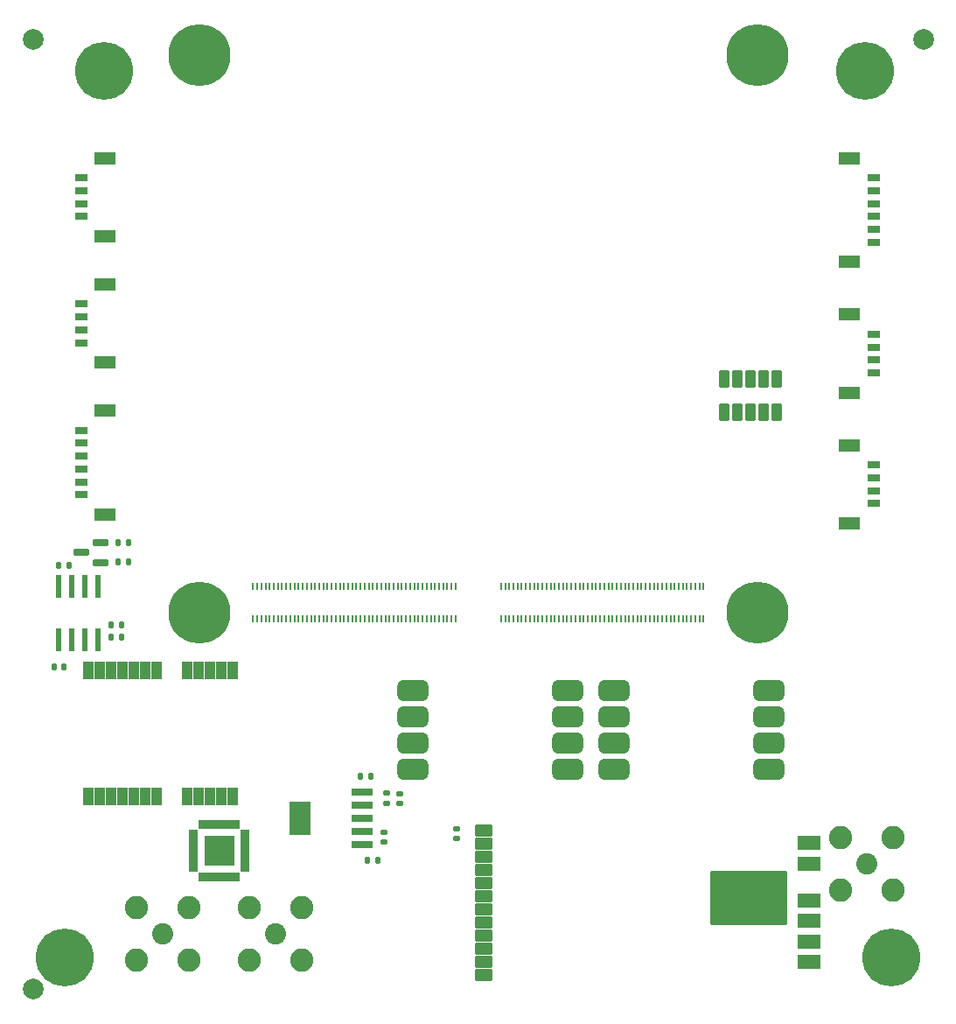
<source format=gbr>
%TF.GenerationSoftware,KiCad,Pcbnew,8.0.4*%
%TF.CreationDate,2024-08-06T11:45:18-05:00*%
%TF.ProjectId,sqrt_of_g_temp,73717274-5f6f-4665-9f67-5f74656d702e,1.0.1*%
%TF.SameCoordinates,Original*%
%TF.FileFunction,Soldermask,Top*%
%TF.FilePolarity,Negative*%
%FSLAX46Y46*%
G04 Gerber Fmt 4.6, Leading zero omitted, Abs format (unit mm)*
G04 Created by KiCad (PCBNEW 8.0.4) date 2024-08-06 11:45:18*
%MOMM*%
%LPD*%
G01*
G04 APERTURE LIST*
G04 Aperture macros list*
%AMRoundRect*
0 Rectangle with rounded corners*
0 $1 Rounding radius*
0 $2 $3 $4 $5 $6 $7 $8 $9 X,Y pos of 4 corners*
0 Add a 4 corners polygon primitive as box body*
4,1,4,$2,$3,$4,$5,$6,$7,$8,$9,$2,$3,0*
0 Add four circle primitives for the rounded corners*
1,1,$1+$1,$2,$3*
1,1,$1+$1,$4,$5*
1,1,$1+$1,$6,$7*
1,1,$1+$1,$8,$9*
0 Add four rect primitives between the rounded corners*
20,1,$1+$1,$2,$3,$4,$5,0*
20,1,$1+$1,$4,$5,$6,$7,0*
20,1,$1+$1,$6,$7,$8,$9,0*
20,1,$1+$1,$8,$9,$2,$3,0*%
G04 Aperture macros list end*
%ADD10RoundRect,0.063500X-0.406400X-0.812800X0.406400X-0.812800X0.406400X0.812800X-0.406400X0.812800X0*%
%ADD11C,6.000000*%
%ADD12RoundRect,0.135000X-0.135000X-0.185000X0.135000X-0.185000X0.135000X0.185000X-0.135000X0.185000X0*%
%ADD13C,2.000000*%
%ADD14R,1.200000X0.800000*%
%ADD15R,2.150000X1.300000*%
%ADD16C,2.050000*%
%ADD17C,2.250000*%
%ADD18RoundRect,0.135000X0.135000X0.185000X-0.135000X0.185000X-0.135000X-0.185000X0.135000X-0.185000X0*%
%ADD19RoundRect,0.500000X-1.000000X-0.500000X1.000000X-0.500000X1.000000X0.500000X-1.000000X0.500000X0*%
%ADD20C,5.600000*%
%ADD21RoundRect,0.102000X0.370000X0.735000X-0.370000X0.735000X-0.370000X-0.735000X0.370000X-0.735000X0*%
%ADD22R,0.609600X2.209800*%
%ADD23RoundRect,0.063500X-0.152400X0.381000X-0.152400X-0.381000X0.152400X-0.381000X0.152400X0.381000X0*%
%ADD24RoundRect,0.063500X-0.381000X-0.152400X0.381000X-0.152400X0.381000X0.152400X-0.381000X0.152400X0*%
%ADD25RoundRect,0.063500X0.152400X-0.381000X0.152400X0.381000X-0.152400X0.381000X-0.152400X-0.381000X0*%
%ADD26RoundRect,0.063500X0.381000X0.152400X-0.381000X0.152400X-0.381000X-0.152400X0.381000X-0.152400X0*%
%ADD27RoundRect,0.063500X-1.397000X1.397000X-1.397000X-1.397000X1.397000X-1.397000X1.397000X1.397000X0*%
%ADD28R,0.200000X0.700000*%
%ADD29RoundRect,0.140000X-0.170000X0.140000X-0.170000X-0.140000X0.170000X-0.140000X0.170000X0.140000X0*%
%ADD30RoundRect,0.063500X0.660400X-0.279400X0.660400X0.279400X-0.660400X0.279400X-0.660400X-0.279400X0*%
%ADD31RoundRect,0.140000X-0.140000X-0.170000X0.140000X-0.170000X0.140000X0.170000X-0.140000X0.170000X0*%
%ADD32RoundRect,0.063500X-0.750000X-0.487500X0.750000X-0.487500X0.750000X0.487500X-0.750000X0.487500X0*%
%ADD33RoundRect,0.063500X-1.000000X-0.650000X1.000000X-0.650000X1.000000X0.650000X-1.000000X0.650000X0*%
%ADD34RoundRect,0.063500X-3.650000X-2.550000X3.650000X-2.550000X3.650000X2.550000X-3.650000X2.550000X0*%
%ADD35RoundRect,0.140000X0.170000X-0.140000X0.170000X0.140000X-0.170000X0.140000X-0.170000X-0.140000X0*%
%ADD36R,2.000000X0.650000*%
%ADD37R,2.000000X3.200000*%
%ADD38RoundRect,0.140000X0.140000X0.170000X-0.140000X0.170000X-0.140000X-0.170000X0.140000X-0.170000X0*%
%ADD39RoundRect,0.135000X0.185000X-0.135000X0.185000X0.135000X-0.185000X0.135000X-0.185000X-0.135000X0*%
G04 APERTURE END LIST*
D10*
%TO.C,U7*%
X110490000Y-129289903D03*
X111590000Y-129289903D03*
X112690000Y-129289903D03*
X113790000Y-129289903D03*
X114890000Y-129289903D03*
X115990000Y-129289903D03*
X117090000Y-129289903D03*
X120090000Y-129289903D03*
X121190000Y-129289903D03*
X122290000Y-129289903D03*
X123390000Y-129289903D03*
X124490000Y-129289903D03*
X124490000Y-117089903D03*
X123390000Y-117089903D03*
X122290000Y-117089903D03*
X121190000Y-117089903D03*
X120090000Y-117089903D03*
X117090000Y-117089903D03*
X115990000Y-117089903D03*
X114890000Y-117089903D03*
X113790000Y-117089903D03*
X112690000Y-117089903D03*
X111590000Y-117089903D03*
X110490000Y-117089903D03*
%TD*%
D11*
%TO.C,H3*%
X175230000Y-111508000D03*
%TD*%
%TO.C,H4*%
X121230000Y-111508000D03*
%TD*%
%TO.C,H2*%
X175230000Y-57508000D03*
%TD*%
%TO.C,H1*%
X121230000Y-57508000D03*
%TD*%
D12*
%TO.C,R1*%
X137490001Y-135440000D03*
X138509999Y-135440000D03*
%TD*%
D13*
%TO.C,REF\u002A\u002A*%
X191320000Y-56010000D03*
%TD*%
D14*
%TO.C,J12*%
X109780000Y-93825349D03*
X109780000Y-95075348D03*
X109780000Y-96325349D03*
X109780000Y-97575348D03*
X109780000Y-98825349D03*
X109780000Y-100075348D03*
D15*
X112074999Y-91925348D03*
X112074998Y-101975350D03*
%TD*%
D16*
%TO.C,J8*%
X185840000Y-135780000D03*
D17*
X183300000Y-133240000D03*
X183300000Y-138320000D03*
X188380000Y-133240000D03*
X188380000Y-138320000D03*
%TD*%
D18*
%TO.C,R22*%
X113720000Y-112640000D03*
X112700002Y-112640000D03*
%TD*%
D19*
%TO.C,U9*%
X141860000Y-118980000D03*
X141860000Y-121520000D03*
X141860000Y-124060000D03*
X141860000Y-126600000D03*
X156860000Y-118980000D03*
X156860000Y-121520000D03*
X156860000Y-124060000D03*
X156860000Y-126600000D03*
%TD*%
D18*
%TO.C,R31*%
X108608100Y-106886200D03*
X107588100Y-106886200D03*
%TD*%
D13*
%TO.C,REF\u002A\u002A*%
X105150000Y-56010000D03*
%TD*%
D14*
%TO.C,J4*%
X186474999Y-75654999D03*
X186474999Y-74405000D03*
X186474999Y-73154999D03*
X186474999Y-71905000D03*
X186474999Y-70654999D03*
X186474999Y-69405000D03*
D15*
X184180000Y-77555000D03*
X184180001Y-67504998D03*
%TD*%
D20*
%TO.C,H5*%
X112035000Y-59088000D03*
%TD*%
%TO.C,H7*%
X188235000Y-144818000D03*
%TD*%
D14*
%TO.C,J2*%
X109780000Y-69405349D03*
X109780000Y-70655348D03*
X109780000Y-71905349D03*
X109780000Y-73155348D03*
D15*
X112074999Y-67505348D03*
X112074998Y-75055350D03*
%TD*%
D21*
%TO.C,J5*%
X172060000Y-88825000D03*
X172060000Y-92055000D03*
X173330000Y-88825000D03*
X173330000Y-92055000D03*
X174600000Y-88825000D03*
X174600000Y-92055000D03*
X175870000Y-88825000D03*
X175870000Y-92055000D03*
X177140000Y-88825000D03*
X177140000Y-92055000D03*
%TD*%
D12*
%TO.C,R3*%
X136840001Y-127300000D03*
X137859999Y-127300000D03*
%TD*%
D16*
%TO.C,J13*%
X117703647Y-142549365D03*
D17*
X115163647Y-145089365D03*
X120243647Y-145089365D03*
X115163647Y-140009365D03*
X120243647Y-140009365D03*
%TD*%
D22*
%TO.C,Q11*%
X111403099Y-108900000D03*
X110133099Y-108900000D03*
X108863099Y-108900000D03*
X107593099Y-108900000D03*
X107593099Y-114132400D03*
X108863099Y-114132400D03*
X110133099Y-114132400D03*
X111403099Y-114132400D03*
%TD*%
D18*
%TO.C,R29*%
X114377101Y-104697500D03*
X113357101Y-104697500D03*
%TD*%
D14*
%TO.C,J11*%
X109780000Y-81615350D03*
X109780000Y-82865349D03*
X109780000Y-84115350D03*
X109780000Y-85365349D03*
D15*
X112074999Y-79715349D03*
X112074998Y-87265351D03*
%TD*%
D20*
%TO.C,H8*%
X108225000Y-144818000D03*
%TD*%
D16*
%TO.C,J9*%
X128613835Y-142549365D03*
D17*
X126073835Y-145089365D03*
X131153835Y-145089365D03*
X126073835Y-140009365D03*
X131153835Y-140009365D03*
%TD*%
D23*
%TO.C,U8*%
X124908393Y-131998587D03*
X124408393Y-131998587D03*
X123908393Y-131998587D03*
X123408393Y-131998587D03*
X122908393Y-131998587D03*
X122408393Y-131998587D03*
X121908393Y-131998587D03*
X121408393Y-131998587D03*
D24*
X120658393Y-132748587D03*
X120658393Y-133248587D03*
X120658393Y-133748587D03*
X120658393Y-134248587D03*
X120658393Y-134748587D03*
X120658393Y-135248587D03*
X120658393Y-135748587D03*
X120658393Y-136248587D03*
D25*
X121408393Y-136998587D03*
X121908393Y-136998587D03*
X122408393Y-136998587D03*
X122908393Y-136998587D03*
X123408393Y-136998587D03*
X123908393Y-136998587D03*
X124408393Y-136998587D03*
X124908393Y-136998587D03*
D26*
X125658393Y-136248587D03*
X125658393Y-135748587D03*
X125658393Y-135248587D03*
X125658393Y-134748587D03*
X125658393Y-134248587D03*
X125658393Y-133748587D03*
X125658393Y-133248587D03*
X125658393Y-132748587D03*
D27*
X123158393Y-134498587D03*
%TD*%
D28*
%TO.C,J6*%
X170030000Y-112048000D03*
X170030000Y-108968000D03*
X169630000Y-112048000D03*
X169630000Y-108968000D03*
X169230000Y-112047999D03*
X169230000Y-108968001D03*
X168830000Y-112048000D03*
X168830000Y-108968000D03*
X168430000Y-112048000D03*
X168430000Y-108968000D03*
X168029999Y-112048000D03*
X168029999Y-108968000D03*
X167630000Y-112048000D03*
X167630000Y-108968000D03*
X167230000Y-112048000D03*
X167230000Y-108968000D03*
X166830000Y-112048000D03*
X166830000Y-108968000D03*
X166430000Y-112047999D03*
X166430000Y-108968001D03*
X166030000Y-112048000D03*
X166030000Y-108968000D03*
X165630000Y-112048000D03*
X165630000Y-108968000D03*
X165229999Y-112048000D03*
X165229999Y-108968000D03*
X164830000Y-112048000D03*
X164830000Y-108968000D03*
X164430000Y-112048000D03*
X164430000Y-108968000D03*
X164030000Y-112048000D03*
X164030000Y-108968000D03*
X163630000Y-112047999D03*
X163630000Y-108968001D03*
X163230000Y-112048000D03*
X163230000Y-108968000D03*
X162830000Y-112048000D03*
X162830000Y-108968000D03*
X162429999Y-112048000D03*
X162429999Y-108968000D03*
X162030000Y-112048000D03*
X162030000Y-108968000D03*
X161630000Y-112048000D03*
X161630000Y-108968000D03*
X161230000Y-112048000D03*
X161230000Y-108968000D03*
X160830001Y-112048000D03*
X160830001Y-108968000D03*
X160430000Y-112048000D03*
X160430000Y-108968000D03*
X160030000Y-112048000D03*
X160030000Y-108968000D03*
X159629999Y-112048000D03*
X159629999Y-108968000D03*
X159230000Y-112048000D03*
X159230000Y-108968000D03*
X158830000Y-112048000D03*
X158830000Y-108968000D03*
X158430000Y-112048000D03*
X158430000Y-108968000D03*
X158030001Y-112048000D03*
X158030001Y-108968000D03*
X157630000Y-112048000D03*
X157630000Y-108968000D03*
X157230000Y-112048000D03*
X157230000Y-108968000D03*
X156830000Y-112047999D03*
X156830000Y-108968001D03*
X156430000Y-112048000D03*
X156430000Y-108968000D03*
X156030000Y-112048000D03*
X156030000Y-108968000D03*
X155630000Y-112048000D03*
X155630000Y-108968000D03*
X155230001Y-112048000D03*
X155230001Y-108968000D03*
X154830000Y-112048000D03*
X154830000Y-108968000D03*
X154430000Y-112048000D03*
X154430000Y-108968000D03*
X154030000Y-112047999D03*
X154030000Y-108968001D03*
X153630000Y-112048000D03*
X153630000Y-108968000D03*
X153230000Y-112048000D03*
X153230000Y-108968000D03*
X152830000Y-112048000D03*
X152830000Y-108968000D03*
X152430001Y-112048000D03*
X152430001Y-108968000D03*
X152030000Y-112048000D03*
X152030000Y-108968000D03*
X151630000Y-112048000D03*
X151630000Y-108968000D03*
X151230000Y-112047999D03*
X151230000Y-108968001D03*
X150830000Y-112048000D03*
X150830000Y-108968000D03*
X150430000Y-112048000D03*
X150430000Y-108968000D03*
%TD*%
D29*
%TO.C,C10*%
X146130000Y-132360000D03*
X146130000Y-133320000D03*
%TD*%
D14*
%TO.C,J1*%
X186474999Y-100919651D03*
X186474999Y-99669652D03*
X186474999Y-98419651D03*
X186474999Y-97169652D03*
D15*
X184180000Y-102819652D03*
X184180001Y-95269650D03*
%TD*%
D30*
%TO.C,Q10*%
X111670401Y-106610000D03*
X111670401Y-104705000D03*
X109790801Y-105657500D03*
%TD*%
D31*
%TO.C,C18*%
X112710001Y-113830000D03*
X113670001Y-113830000D03*
%TD*%
D12*
%TO.C,R30*%
X113357100Y-106597500D03*
X114377100Y-106597500D03*
%TD*%
D32*
%TO.C,U6*%
X148735000Y-132540000D03*
X148735000Y-133810000D03*
X148735000Y-135080000D03*
X148735000Y-136350000D03*
X148735000Y-137620000D03*
X148735000Y-138890000D03*
X148735000Y-140160000D03*
X148735000Y-141430000D03*
X148735000Y-142700000D03*
X148735000Y-143970000D03*
X148735000Y-145240000D03*
X148735000Y-146510000D03*
D33*
X180275000Y-145290000D03*
X180275000Y-143290000D03*
X180275000Y-141290000D03*
X180275000Y-139290000D03*
X180275000Y-135770000D03*
X180275000Y-133770000D03*
D34*
X174375000Y-139040000D03*
%TD*%
D35*
%TO.C,C1*%
X139090000Y-133680000D03*
X139090000Y-132720000D03*
%TD*%
D13*
%TO.C,REF\u002A\u002A*%
X105135000Y-147902000D03*
%TD*%
D20*
%TO.C,H6*%
X185695000Y-59088000D03*
%TD*%
D29*
%TO.C,C2*%
X140590000Y-128970000D03*
X140590000Y-129930000D03*
%TD*%
D36*
%TO.C,U1*%
X136980000Y-133930000D03*
X136980000Y-132660000D03*
X136980000Y-131390000D03*
X136980000Y-130120000D03*
X136980000Y-128850000D03*
D37*
X130980000Y-131390000D03*
%TD*%
D38*
%TO.C,C17*%
X108120000Y-116750000D03*
X107160000Y-116750000D03*
%TD*%
D19*
%TO.C,U10*%
X161340000Y-118980000D03*
X161340000Y-121520000D03*
X161340000Y-124060000D03*
X161340000Y-126600000D03*
X176340000Y-118980000D03*
X176340000Y-121520000D03*
X176340000Y-124060000D03*
X176340000Y-126600000D03*
%TD*%
D39*
%TO.C,R2*%
X139320000Y-129960000D03*
X139320000Y-128940000D03*
%TD*%
D14*
%TO.C,J3*%
X186474999Y-88287323D03*
X186474999Y-87037324D03*
X186474999Y-85787323D03*
X186474999Y-84537324D03*
D15*
X184180000Y-90187324D03*
X184180001Y-82637322D03*
%TD*%
D28*
%TO.C,J7*%
X146030000Y-112048000D03*
X146030000Y-108968000D03*
X145630000Y-112048000D03*
X145630000Y-108968000D03*
X145230000Y-112047999D03*
X145230000Y-108968001D03*
X144830000Y-112048000D03*
X144830000Y-108968000D03*
X144430000Y-112048000D03*
X144430000Y-108968000D03*
X144029999Y-112048000D03*
X144029999Y-108968000D03*
X143630000Y-112048000D03*
X143630000Y-108968000D03*
X143230000Y-112048000D03*
X143230000Y-108968000D03*
X142830000Y-112048000D03*
X142830000Y-108968000D03*
X142430000Y-112047999D03*
X142430000Y-108968001D03*
X142030000Y-112048000D03*
X142030000Y-108968000D03*
X141630000Y-112048000D03*
X141630000Y-108968000D03*
X141229999Y-112048000D03*
X141229999Y-108968000D03*
X140830000Y-112048000D03*
X140830000Y-108968000D03*
X140430000Y-112048000D03*
X140430000Y-108968000D03*
X140030000Y-112048000D03*
X140030000Y-108968000D03*
X139630000Y-112047999D03*
X139630000Y-108968001D03*
X139230000Y-112048000D03*
X139230000Y-108968000D03*
X138830000Y-112048000D03*
X138830000Y-108968000D03*
X138429999Y-112048000D03*
X138429999Y-108968000D03*
X138030000Y-112048000D03*
X138030000Y-108968000D03*
X137630000Y-112048000D03*
X137630000Y-108968000D03*
X137230000Y-112048000D03*
X137230000Y-108968000D03*
X136830001Y-112048000D03*
X136830001Y-108968000D03*
X136430000Y-112048000D03*
X136430000Y-108968000D03*
X136030000Y-112048000D03*
X136030000Y-108968000D03*
X135629999Y-112048000D03*
X135629999Y-108968000D03*
X135230000Y-112048000D03*
X135230000Y-108968000D03*
X134830000Y-112048000D03*
X134830000Y-108968000D03*
X134430000Y-112048000D03*
X134430000Y-108968000D03*
X134030001Y-112048000D03*
X134030001Y-108968000D03*
X133630000Y-112048000D03*
X133630000Y-108968000D03*
X133230000Y-112048000D03*
X133230000Y-108968000D03*
X132830000Y-112047999D03*
X132830000Y-108968001D03*
X132430000Y-112048000D03*
X132430000Y-108968000D03*
X132030000Y-112048000D03*
X132030000Y-108968000D03*
X131630000Y-112048000D03*
X131630000Y-108968000D03*
X131230001Y-112048000D03*
X131230001Y-108968000D03*
X130830000Y-112048000D03*
X130830000Y-108968000D03*
X130430000Y-112048000D03*
X130430000Y-108968000D03*
X130030000Y-112047999D03*
X130030000Y-108968001D03*
X129630000Y-112048000D03*
X129630000Y-108968000D03*
X129230000Y-112048000D03*
X129230000Y-108968000D03*
X128830000Y-112048000D03*
X128830000Y-108968000D03*
X128430001Y-112048000D03*
X128430001Y-108968000D03*
X128030000Y-112048000D03*
X128030000Y-108968000D03*
X127630000Y-112048000D03*
X127630000Y-108968000D03*
X127230000Y-112047999D03*
X127230000Y-108968001D03*
X126830000Y-112048000D03*
X126830000Y-108968000D03*
X126430000Y-112048000D03*
X126430000Y-108968000D03*
%TD*%
M02*

</source>
